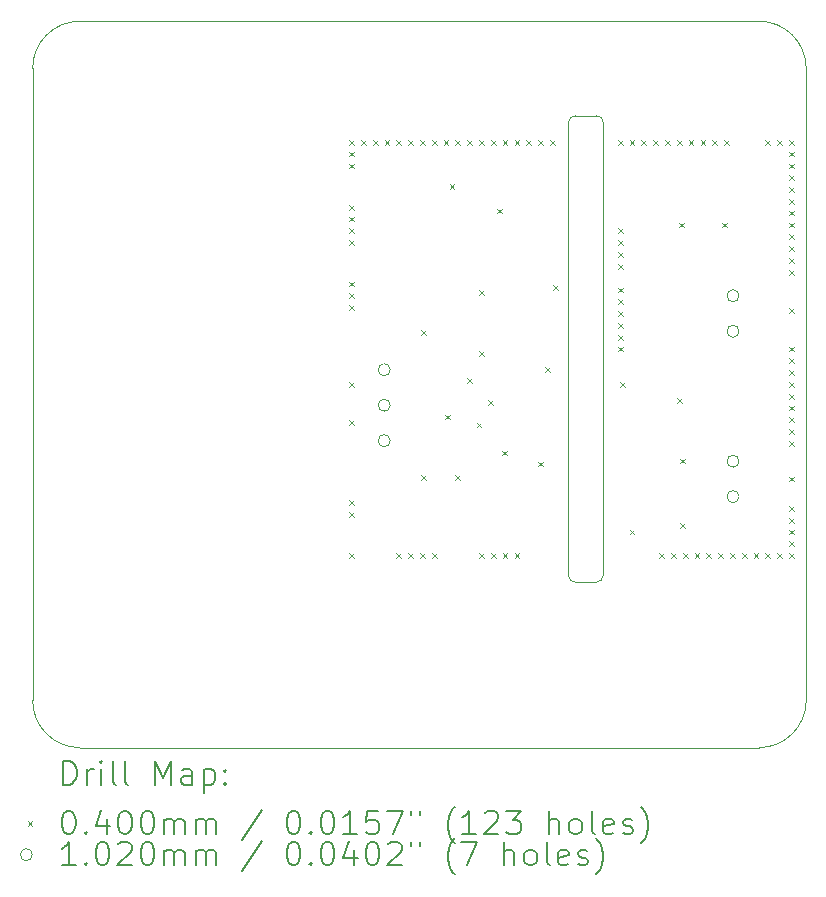
<source format=gbr>
%TF.GenerationSoftware,KiCad,Pcbnew,8.0.5*%
%TF.CreationDate,2024-11-25T01:00:18-06:00*%
%TF.ProjectId,ActivePrecharge,41637469-7665-4507-9265-636861726765,rev?*%
%TF.SameCoordinates,Original*%
%TF.FileFunction,Drillmap*%
%TF.FilePolarity,Positive*%
%FSLAX45Y45*%
G04 Gerber Fmt 4.5, Leading zero omitted, Abs format (unit mm)*
G04 Created by KiCad (PCBNEW 8.0.5) date 2024-11-25 01:00:18*
%MOMM*%
%LPD*%
G01*
G04 APERTURE LIST*
%ADD10C,0.050000*%
%ADD11C,0.200000*%
%ADD12C,0.100000*%
%ADD13C,0.102000*%
G04 APERTURE END LIST*
D10*
X12825500Y-7550000D02*
X12645000Y-7550000D01*
X14600000Y-12500000D02*
G75*
G02*
X14200000Y-12900000I-400000J0D01*
G01*
X8050000Y-7150000D02*
G75*
G02*
X8450000Y-6750000I400000J0D01*
G01*
X12645000Y-11500000D02*
G75*
G02*
X12585000Y-11440000I-1210J58790D01*
G01*
X12882500Y-11440000D02*
X12882500Y-7610000D01*
X12585000Y-7610000D02*
X12585000Y-11440000D01*
X14600000Y-7150000D02*
X14600000Y-12500000D01*
X14200000Y-12900000D02*
X8450000Y-12900000D01*
X8450000Y-6750000D02*
X14200000Y-6750000D01*
X12645000Y-11500000D02*
X12822500Y-11500000D01*
X12585000Y-7610000D02*
G75*
G02*
X12645000Y-7550000I60000J0D01*
G01*
X14200000Y-6750000D02*
G75*
G02*
X14600000Y-7150000I0J-400000D01*
G01*
X12825500Y-7550000D02*
G75*
G02*
X12882500Y-7610000I-1500J-58500D01*
G01*
X8450000Y-12900000D02*
G75*
G02*
X8050000Y-12500000I0J400000D01*
G01*
X8050000Y-12500000D02*
X8050000Y-7150000D01*
X12882500Y-11440000D02*
G75*
G02*
X12822500Y-11500000I-60000J0D01*
G01*
D11*
D12*
X10730000Y-7755000D02*
X10770000Y-7795000D01*
X10770000Y-7755000D02*
X10730000Y-7795000D01*
X10730000Y-7855000D02*
X10770000Y-7895000D01*
X10770000Y-7855000D02*
X10730000Y-7895000D01*
X10730000Y-7955000D02*
X10770000Y-7995000D01*
X10770000Y-7955000D02*
X10730000Y-7995000D01*
X10730000Y-8305000D02*
X10770000Y-8345000D01*
X10770000Y-8305000D02*
X10730000Y-8345000D01*
X10730000Y-8405000D02*
X10770000Y-8445000D01*
X10770000Y-8405000D02*
X10730000Y-8445000D01*
X10730000Y-8505000D02*
X10770000Y-8545000D01*
X10770000Y-8505000D02*
X10730000Y-8545000D01*
X10730000Y-8605000D02*
X10770000Y-8645000D01*
X10770000Y-8605000D02*
X10730000Y-8645000D01*
X10730000Y-8955000D02*
X10770000Y-8995000D01*
X10770000Y-8955000D02*
X10730000Y-8995000D01*
X10730000Y-9055000D02*
X10770000Y-9095000D01*
X10770000Y-9055000D02*
X10730000Y-9095000D01*
X10730000Y-9155000D02*
X10770000Y-9195000D01*
X10770000Y-9155000D02*
X10730000Y-9195000D01*
X10730000Y-9805000D02*
X10770000Y-9845000D01*
X10770000Y-9805000D02*
X10730000Y-9845000D01*
X10730000Y-10130000D02*
X10770000Y-10170000D01*
X10770000Y-10130000D02*
X10730000Y-10170000D01*
X10730000Y-10805000D02*
X10770000Y-10845000D01*
X10770000Y-10805000D02*
X10730000Y-10845000D01*
X10730000Y-10905000D02*
X10770000Y-10945000D01*
X10770000Y-10905000D02*
X10730000Y-10945000D01*
X10730000Y-11255000D02*
X10770000Y-11295000D01*
X10770000Y-11255000D02*
X10730000Y-11295000D01*
X10830000Y-7755000D02*
X10870000Y-7795000D01*
X10870000Y-7755000D02*
X10830000Y-7795000D01*
X10930000Y-7755000D02*
X10970000Y-7795000D01*
X10970000Y-7755000D02*
X10930000Y-7795000D01*
X11030000Y-7755000D02*
X11070000Y-7795000D01*
X11070000Y-7755000D02*
X11030000Y-7795000D01*
X11130000Y-7755000D02*
X11170000Y-7795000D01*
X11170000Y-7755000D02*
X11130000Y-7795000D01*
X11130000Y-11255000D02*
X11170000Y-11295000D01*
X11170000Y-11255000D02*
X11130000Y-11295000D01*
X11230000Y-7755000D02*
X11270000Y-7795000D01*
X11270000Y-7755000D02*
X11230000Y-7795000D01*
X11230000Y-11255000D02*
X11270000Y-11295000D01*
X11270000Y-11255000D02*
X11230000Y-11295000D01*
X11330000Y-7755000D02*
X11370000Y-7795000D01*
X11370000Y-7755000D02*
X11330000Y-7795000D01*
X11330000Y-11255000D02*
X11370000Y-11295000D01*
X11370000Y-11255000D02*
X11330000Y-11295000D01*
X11337500Y-9368750D02*
X11377500Y-9408750D01*
X11377500Y-9368750D02*
X11337500Y-9408750D01*
X11337500Y-10591250D02*
X11377500Y-10631250D01*
X11377500Y-10591250D02*
X11337500Y-10631250D01*
X11430000Y-7755000D02*
X11470000Y-7795000D01*
X11470000Y-7755000D02*
X11430000Y-7795000D01*
X11430000Y-11255000D02*
X11470000Y-11295000D01*
X11470000Y-11255000D02*
X11430000Y-11295000D01*
X11530000Y-7755000D02*
X11570000Y-7795000D01*
X11570000Y-7755000D02*
X11530000Y-7795000D01*
X11540000Y-10081250D02*
X11580000Y-10121250D01*
X11580000Y-10081250D02*
X11540000Y-10121250D01*
X11580000Y-8130000D02*
X11620000Y-8170000D01*
X11620000Y-8130000D02*
X11580000Y-8170000D01*
X11628750Y-10595000D02*
X11668750Y-10635000D01*
X11668750Y-10595000D02*
X11628750Y-10635000D01*
X11630000Y-7755000D02*
X11670000Y-7795000D01*
X11670000Y-7755000D02*
X11630000Y-7795000D01*
X11730000Y-7755000D02*
X11770000Y-7795000D01*
X11770000Y-7755000D02*
X11730000Y-7795000D01*
X11730000Y-9770000D02*
X11770000Y-9810000D01*
X11770000Y-9770000D02*
X11730000Y-9810000D01*
X11810000Y-10148750D02*
X11850000Y-10188750D01*
X11850000Y-10148750D02*
X11810000Y-10188750D01*
X11830000Y-7755000D02*
X11870000Y-7795000D01*
X11870000Y-7755000D02*
X11830000Y-7795000D01*
X11830000Y-9030000D02*
X11870000Y-9070000D01*
X11870000Y-9030000D02*
X11830000Y-9070000D01*
X11830000Y-9546250D02*
X11870000Y-9586250D01*
X11870000Y-9546250D02*
X11830000Y-9586250D01*
X11830000Y-11255000D02*
X11870000Y-11295000D01*
X11870000Y-11255000D02*
X11830000Y-11295000D01*
X11905000Y-9961250D02*
X11945000Y-10001250D01*
X11945000Y-9961250D02*
X11905000Y-10001250D01*
X11930000Y-7755000D02*
X11970000Y-7795000D01*
X11970000Y-7755000D02*
X11930000Y-7795000D01*
X11930000Y-11255000D02*
X11970000Y-11295000D01*
X11970000Y-11255000D02*
X11930000Y-11295000D01*
X11980000Y-8336250D02*
X12020000Y-8376250D01*
X12020000Y-8336250D02*
X11980000Y-8376250D01*
X12027000Y-10385000D02*
X12067000Y-10425000D01*
X12067000Y-10385000D02*
X12027000Y-10425000D01*
X12030000Y-7755000D02*
X12070000Y-7795000D01*
X12070000Y-7755000D02*
X12030000Y-7795000D01*
X12030000Y-11255000D02*
X12070000Y-11295000D01*
X12070000Y-11255000D02*
X12030000Y-11295000D01*
X12130000Y-7755000D02*
X12170000Y-7795000D01*
X12170000Y-7755000D02*
X12130000Y-7795000D01*
X12130000Y-11255000D02*
X12170000Y-11295000D01*
X12170000Y-11255000D02*
X12130000Y-11295000D01*
X12230000Y-7755000D02*
X12270000Y-7795000D01*
X12270000Y-7755000D02*
X12230000Y-7795000D01*
X12330000Y-7755000D02*
X12370000Y-7795000D01*
X12370000Y-7755000D02*
X12330000Y-7795000D01*
X12330000Y-10480000D02*
X12370000Y-10520000D01*
X12370000Y-10480000D02*
X12330000Y-10520000D01*
X12386250Y-9676500D02*
X12426250Y-9716500D01*
X12426250Y-9676500D02*
X12386250Y-9716500D01*
X12430000Y-7755000D02*
X12470000Y-7795000D01*
X12470000Y-7755000D02*
X12430000Y-7795000D01*
X12455000Y-8985000D02*
X12495000Y-9025000D01*
X12495000Y-8985000D02*
X12455000Y-9025000D01*
X13005000Y-7755000D02*
X13045000Y-7795000D01*
X13045000Y-7755000D02*
X13005000Y-7795000D01*
X13005000Y-8505000D02*
X13045000Y-8545000D01*
X13045000Y-8505000D02*
X13005000Y-8545000D01*
X13005000Y-8605000D02*
X13045000Y-8645000D01*
X13045000Y-8605000D02*
X13005000Y-8645000D01*
X13005000Y-8705000D02*
X13045000Y-8745000D01*
X13045000Y-8705000D02*
X13005000Y-8745000D01*
X13005000Y-8805000D02*
X13045000Y-8845000D01*
X13045000Y-8805000D02*
X13005000Y-8845000D01*
X13005000Y-9005000D02*
X13045000Y-9045000D01*
X13045000Y-9005000D02*
X13005000Y-9045000D01*
X13005000Y-9105000D02*
X13045000Y-9145000D01*
X13045000Y-9105000D02*
X13005000Y-9145000D01*
X13005000Y-9205000D02*
X13045000Y-9245000D01*
X13045000Y-9205000D02*
X13005000Y-9245000D01*
X13005000Y-9305000D02*
X13045000Y-9345000D01*
X13045000Y-9305000D02*
X13005000Y-9345000D01*
X13005000Y-9405000D02*
X13045000Y-9445000D01*
X13045000Y-9405000D02*
X13005000Y-9445000D01*
X13005000Y-9505000D02*
X13045000Y-9545000D01*
X13045000Y-9505000D02*
X13005000Y-9545000D01*
X13023750Y-9803500D02*
X13063750Y-9843500D01*
X13063750Y-9803500D02*
X13023750Y-9843500D01*
X13105000Y-7755000D02*
X13145000Y-7795000D01*
X13145000Y-7755000D02*
X13105000Y-7795000D01*
X13105000Y-11055000D02*
X13145000Y-11095000D01*
X13145000Y-11055000D02*
X13105000Y-11095000D01*
X13205000Y-7755000D02*
X13245000Y-7795000D01*
X13245000Y-7755000D02*
X13205000Y-7795000D01*
X13305000Y-7755000D02*
X13345000Y-7795000D01*
X13345000Y-7755000D02*
X13305000Y-7795000D01*
X13355000Y-11255000D02*
X13395000Y-11295000D01*
X13395000Y-11255000D02*
X13355000Y-11295000D01*
X13405000Y-7755000D02*
X13445000Y-7795000D01*
X13445000Y-7755000D02*
X13405000Y-7795000D01*
X13455000Y-11255000D02*
X13495000Y-11295000D01*
X13495000Y-11255000D02*
X13455000Y-11295000D01*
X13505000Y-7755000D02*
X13545000Y-7795000D01*
X13545000Y-7755000D02*
X13505000Y-7795000D01*
X13505000Y-9943500D02*
X13545000Y-9983500D01*
X13545000Y-9943500D02*
X13505000Y-9983500D01*
X13522500Y-8455000D02*
X13562500Y-8495000D01*
X13562500Y-8455000D02*
X13522500Y-8495000D01*
X13535000Y-10453750D02*
X13575000Y-10493750D01*
X13575000Y-10453750D02*
X13535000Y-10493750D01*
X13535000Y-10998750D02*
X13575000Y-11038750D01*
X13575000Y-10998750D02*
X13535000Y-11038750D01*
X13555000Y-11255000D02*
X13595000Y-11295000D01*
X13595000Y-11255000D02*
X13555000Y-11295000D01*
X13605000Y-7755000D02*
X13645000Y-7795000D01*
X13645000Y-7755000D02*
X13605000Y-7795000D01*
X13655000Y-11255000D02*
X13695000Y-11295000D01*
X13695000Y-11255000D02*
X13655000Y-11295000D01*
X13705000Y-7755000D02*
X13745000Y-7795000D01*
X13745000Y-7755000D02*
X13705000Y-7795000D01*
X13755000Y-11255000D02*
X13795000Y-11295000D01*
X13795000Y-11255000D02*
X13755000Y-11295000D01*
X13805000Y-7755000D02*
X13845000Y-7795000D01*
X13845000Y-7755000D02*
X13805000Y-7795000D01*
X13855000Y-11255000D02*
X13895000Y-11295000D01*
X13895000Y-11255000D02*
X13855000Y-11295000D01*
X13886250Y-8455000D02*
X13926250Y-8495000D01*
X13926250Y-8455000D02*
X13886250Y-8495000D01*
X13905000Y-7755000D02*
X13945000Y-7795000D01*
X13945000Y-7755000D02*
X13905000Y-7795000D01*
X13955000Y-11255000D02*
X13995000Y-11295000D01*
X13995000Y-11255000D02*
X13955000Y-11295000D01*
X14055000Y-11255000D02*
X14095000Y-11295000D01*
X14095000Y-11255000D02*
X14055000Y-11295000D01*
X14155000Y-11255000D02*
X14195000Y-11295000D01*
X14195000Y-11255000D02*
X14155000Y-11295000D01*
X14255000Y-7755000D02*
X14295000Y-7795000D01*
X14295000Y-7755000D02*
X14255000Y-7795000D01*
X14255000Y-11255000D02*
X14295000Y-11295000D01*
X14295000Y-11255000D02*
X14255000Y-11295000D01*
X14355000Y-7755000D02*
X14395000Y-7795000D01*
X14395000Y-7755000D02*
X14355000Y-7795000D01*
X14355000Y-11255000D02*
X14395000Y-11295000D01*
X14395000Y-11255000D02*
X14355000Y-11295000D01*
X14455000Y-7755000D02*
X14495000Y-7795000D01*
X14495000Y-7755000D02*
X14455000Y-7795000D01*
X14455000Y-7855000D02*
X14495000Y-7895000D01*
X14495000Y-7855000D02*
X14455000Y-7895000D01*
X14455000Y-7955000D02*
X14495000Y-7995000D01*
X14495000Y-7955000D02*
X14455000Y-7995000D01*
X14455000Y-8055000D02*
X14495000Y-8095000D01*
X14495000Y-8055000D02*
X14455000Y-8095000D01*
X14455000Y-8155000D02*
X14495000Y-8195000D01*
X14495000Y-8155000D02*
X14455000Y-8195000D01*
X14455000Y-8255000D02*
X14495000Y-8295000D01*
X14495000Y-8255000D02*
X14455000Y-8295000D01*
X14455000Y-8355000D02*
X14495000Y-8395000D01*
X14495000Y-8355000D02*
X14455000Y-8395000D01*
X14455000Y-8455000D02*
X14495000Y-8495000D01*
X14495000Y-8455000D02*
X14455000Y-8495000D01*
X14455000Y-8555000D02*
X14495000Y-8595000D01*
X14495000Y-8555000D02*
X14455000Y-8595000D01*
X14455000Y-8655000D02*
X14495000Y-8695000D01*
X14495000Y-8655000D02*
X14455000Y-8695000D01*
X14455000Y-8755000D02*
X14495000Y-8795000D01*
X14495000Y-8755000D02*
X14455000Y-8795000D01*
X14455000Y-8855000D02*
X14495000Y-8895000D01*
X14495000Y-8855000D02*
X14455000Y-8895000D01*
X14455000Y-9180000D02*
X14495000Y-9220000D01*
X14495000Y-9180000D02*
X14455000Y-9220000D01*
X14455000Y-9505000D02*
X14495000Y-9545000D01*
X14495000Y-9505000D02*
X14455000Y-9545000D01*
X14455000Y-9605000D02*
X14495000Y-9645000D01*
X14495000Y-9605000D02*
X14455000Y-9645000D01*
X14455000Y-9705000D02*
X14495000Y-9745000D01*
X14495000Y-9705000D02*
X14455000Y-9745000D01*
X14455000Y-9805000D02*
X14495000Y-9845000D01*
X14495000Y-9805000D02*
X14455000Y-9845000D01*
X14455000Y-9905000D02*
X14495000Y-9945000D01*
X14495000Y-9905000D02*
X14455000Y-9945000D01*
X14455000Y-10005000D02*
X14495000Y-10045000D01*
X14495000Y-10005000D02*
X14455000Y-10045000D01*
X14455000Y-10105000D02*
X14495000Y-10145000D01*
X14495000Y-10105000D02*
X14455000Y-10145000D01*
X14455000Y-10205000D02*
X14495000Y-10245000D01*
X14495000Y-10205000D02*
X14455000Y-10245000D01*
X14455000Y-10305000D02*
X14495000Y-10345000D01*
X14495000Y-10305000D02*
X14455000Y-10345000D01*
X14455000Y-10605000D02*
X14495000Y-10645000D01*
X14495000Y-10605000D02*
X14455000Y-10645000D01*
X14455000Y-10855000D02*
X14495000Y-10895000D01*
X14495000Y-10855000D02*
X14455000Y-10895000D01*
X14455000Y-10955000D02*
X14495000Y-10995000D01*
X14495000Y-10955000D02*
X14455000Y-10995000D01*
X14455000Y-11055000D02*
X14495000Y-11095000D01*
X14495000Y-11055000D02*
X14455000Y-11095000D01*
X14455000Y-11155000D02*
X14495000Y-11195000D01*
X14495000Y-11155000D02*
X14455000Y-11195000D01*
X14455000Y-11255000D02*
X14495000Y-11295000D01*
X14495000Y-11255000D02*
X14455000Y-11295000D01*
D13*
X11077750Y-9701250D02*
G75*
G02*
X10975750Y-9701250I-51000J0D01*
G01*
X10975750Y-9701250D02*
G75*
G02*
X11077750Y-9701250I51000J0D01*
G01*
X11077750Y-10001250D02*
G75*
G02*
X10975750Y-10001250I-51000J0D01*
G01*
X10975750Y-10001250D02*
G75*
G02*
X11077750Y-10001250I51000J0D01*
G01*
X11077750Y-10301250D02*
G75*
G02*
X10975750Y-10301250I-51000J0D01*
G01*
X10975750Y-10301250D02*
G75*
G02*
X11077750Y-10301250I51000J0D01*
G01*
X14031000Y-9075000D02*
G75*
G02*
X13929000Y-9075000I-51000J0D01*
G01*
X13929000Y-9075000D02*
G75*
G02*
X14031000Y-9075000I51000J0D01*
G01*
X14031000Y-9375000D02*
G75*
G02*
X13929000Y-9375000I-51000J0D01*
G01*
X13929000Y-9375000D02*
G75*
G02*
X14031000Y-9375000I51000J0D01*
G01*
X14031000Y-10475000D02*
G75*
G02*
X13929000Y-10475000I-51000J0D01*
G01*
X13929000Y-10475000D02*
G75*
G02*
X14031000Y-10475000I51000J0D01*
G01*
X14031000Y-10775000D02*
G75*
G02*
X13929000Y-10775000I-51000J0D01*
G01*
X13929000Y-10775000D02*
G75*
G02*
X14031000Y-10775000I51000J0D01*
G01*
D11*
X8308277Y-13213984D02*
X8308277Y-13013984D01*
X8308277Y-13013984D02*
X8355896Y-13013984D01*
X8355896Y-13013984D02*
X8384467Y-13023508D01*
X8384467Y-13023508D02*
X8403515Y-13042555D01*
X8403515Y-13042555D02*
X8413039Y-13061603D01*
X8413039Y-13061603D02*
X8422563Y-13099698D01*
X8422563Y-13099698D02*
X8422563Y-13128269D01*
X8422563Y-13128269D02*
X8413039Y-13166365D01*
X8413039Y-13166365D02*
X8403515Y-13185412D01*
X8403515Y-13185412D02*
X8384467Y-13204460D01*
X8384467Y-13204460D02*
X8355896Y-13213984D01*
X8355896Y-13213984D02*
X8308277Y-13213984D01*
X8508277Y-13213984D02*
X8508277Y-13080650D01*
X8508277Y-13118746D02*
X8517801Y-13099698D01*
X8517801Y-13099698D02*
X8527324Y-13090174D01*
X8527324Y-13090174D02*
X8546372Y-13080650D01*
X8546372Y-13080650D02*
X8565420Y-13080650D01*
X8632086Y-13213984D02*
X8632086Y-13080650D01*
X8632086Y-13013984D02*
X8622563Y-13023508D01*
X8622563Y-13023508D02*
X8632086Y-13033031D01*
X8632086Y-13033031D02*
X8641610Y-13023508D01*
X8641610Y-13023508D02*
X8632086Y-13013984D01*
X8632086Y-13013984D02*
X8632086Y-13033031D01*
X8755896Y-13213984D02*
X8736848Y-13204460D01*
X8736848Y-13204460D02*
X8727324Y-13185412D01*
X8727324Y-13185412D02*
X8727324Y-13013984D01*
X8860658Y-13213984D02*
X8841610Y-13204460D01*
X8841610Y-13204460D02*
X8832086Y-13185412D01*
X8832086Y-13185412D02*
X8832086Y-13013984D01*
X9089229Y-13213984D02*
X9089229Y-13013984D01*
X9089229Y-13013984D02*
X9155896Y-13156841D01*
X9155896Y-13156841D02*
X9222563Y-13013984D01*
X9222563Y-13013984D02*
X9222563Y-13213984D01*
X9403515Y-13213984D02*
X9403515Y-13109222D01*
X9403515Y-13109222D02*
X9393991Y-13090174D01*
X9393991Y-13090174D02*
X9374944Y-13080650D01*
X9374944Y-13080650D02*
X9336848Y-13080650D01*
X9336848Y-13080650D02*
X9317801Y-13090174D01*
X9403515Y-13204460D02*
X9384467Y-13213984D01*
X9384467Y-13213984D02*
X9336848Y-13213984D01*
X9336848Y-13213984D02*
X9317801Y-13204460D01*
X9317801Y-13204460D02*
X9308277Y-13185412D01*
X9308277Y-13185412D02*
X9308277Y-13166365D01*
X9308277Y-13166365D02*
X9317801Y-13147317D01*
X9317801Y-13147317D02*
X9336848Y-13137793D01*
X9336848Y-13137793D02*
X9384467Y-13137793D01*
X9384467Y-13137793D02*
X9403515Y-13128269D01*
X9498753Y-13080650D02*
X9498753Y-13280650D01*
X9498753Y-13090174D02*
X9517801Y-13080650D01*
X9517801Y-13080650D02*
X9555896Y-13080650D01*
X9555896Y-13080650D02*
X9574944Y-13090174D01*
X9574944Y-13090174D02*
X9584467Y-13099698D01*
X9584467Y-13099698D02*
X9593991Y-13118746D01*
X9593991Y-13118746D02*
X9593991Y-13175888D01*
X9593991Y-13175888D02*
X9584467Y-13194936D01*
X9584467Y-13194936D02*
X9574944Y-13204460D01*
X9574944Y-13204460D02*
X9555896Y-13213984D01*
X9555896Y-13213984D02*
X9517801Y-13213984D01*
X9517801Y-13213984D02*
X9498753Y-13204460D01*
X9679705Y-13194936D02*
X9689229Y-13204460D01*
X9689229Y-13204460D02*
X9679705Y-13213984D01*
X9679705Y-13213984D02*
X9670182Y-13204460D01*
X9670182Y-13204460D02*
X9679705Y-13194936D01*
X9679705Y-13194936D02*
X9679705Y-13213984D01*
X9679705Y-13090174D02*
X9689229Y-13099698D01*
X9689229Y-13099698D02*
X9679705Y-13109222D01*
X9679705Y-13109222D02*
X9670182Y-13099698D01*
X9670182Y-13099698D02*
X9679705Y-13090174D01*
X9679705Y-13090174D02*
X9679705Y-13109222D01*
D12*
X8007500Y-13522500D02*
X8047500Y-13562500D01*
X8047500Y-13522500D02*
X8007500Y-13562500D01*
D11*
X8346372Y-13433984D02*
X8365420Y-13433984D01*
X8365420Y-13433984D02*
X8384467Y-13443508D01*
X8384467Y-13443508D02*
X8393991Y-13453031D01*
X8393991Y-13453031D02*
X8403515Y-13472079D01*
X8403515Y-13472079D02*
X8413039Y-13510174D01*
X8413039Y-13510174D02*
X8413039Y-13557793D01*
X8413039Y-13557793D02*
X8403515Y-13595888D01*
X8403515Y-13595888D02*
X8393991Y-13614936D01*
X8393991Y-13614936D02*
X8384467Y-13624460D01*
X8384467Y-13624460D02*
X8365420Y-13633984D01*
X8365420Y-13633984D02*
X8346372Y-13633984D01*
X8346372Y-13633984D02*
X8327324Y-13624460D01*
X8327324Y-13624460D02*
X8317801Y-13614936D01*
X8317801Y-13614936D02*
X8308277Y-13595888D01*
X8308277Y-13595888D02*
X8298753Y-13557793D01*
X8298753Y-13557793D02*
X8298753Y-13510174D01*
X8298753Y-13510174D02*
X8308277Y-13472079D01*
X8308277Y-13472079D02*
X8317801Y-13453031D01*
X8317801Y-13453031D02*
X8327324Y-13443508D01*
X8327324Y-13443508D02*
X8346372Y-13433984D01*
X8498753Y-13614936D02*
X8508277Y-13624460D01*
X8508277Y-13624460D02*
X8498753Y-13633984D01*
X8498753Y-13633984D02*
X8489229Y-13624460D01*
X8489229Y-13624460D02*
X8498753Y-13614936D01*
X8498753Y-13614936D02*
X8498753Y-13633984D01*
X8679705Y-13500650D02*
X8679705Y-13633984D01*
X8632086Y-13424460D02*
X8584467Y-13567317D01*
X8584467Y-13567317D02*
X8708277Y-13567317D01*
X8822563Y-13433984D02*
X8841610Y-13433984D01*
X8841610Y-13433984D02*
X8860658Y-13443508D01*
X8860658Y-13443508D02*
X8870182Y-13453031D01*
X8870182Y-13453031D02*
X8879705Y-13472079D01*
X8879705Y-13472079D02*
X8889229Y-13510174D01*
X8889229Y-13510174D02*
X8889229Y-13557793D01*
X8889229Y-13557793D02*
X8879705Y-13595888D01*
X8879705Y-13595888D02*
X8870182Y-13614936D01*
X8870182Y-13614936D02*
X8860658Y-13624460D01*
X8860658Y-13624460D02*
X8841610Y-13633984D01*
X8841610Y-13633984D02*
X8822563Y-13633984D01*
X8822563Y-13633984D02*
X8803515Y-13624460D01*
X8803515Y-13624460D02*
X8793991Y-13614936D01*
X8793991Y-13614936D02*
X8784467Y-13595888D01*
X8784467Y-13595888D02*
X8774944Y-13557793D01*
X8774944Y-13557793D02*
X8774944Y-13510174D01*
X8774944Y-13510174D02*
X8784467Y-13472079D01*
X8784467Y-13472079D02*
X8793991Y-13453031D01*
X8793991Y-13453031D02*
X8803515Y-13443508D01*
X8803515Y-13443508D02*
X8822563Y-13433984D01*
X9013039Y-13433984D02*
X9032086Y-13433984D01*
X9032086Y-13433984D02*
X9051134Y-13443508D01*
X9051134Y-13443508D02*
X9060658Y-13453031D01*
X9060658Y-13453031D02*
X9070182Y-13472079D01*
X9070182Y-13472079D02*
X9079705Y-13510174D01*
X9079705Y-13510174D02*
X9079705Y-13557793D01*
X9079705Y-13557793D02*
X9070182Y-13595888D01*
X9070182Y-13595888D02*
X9060658Y-13614936D01*
X9060658Y-13614936D02*
X9051134Y-13624460D01*
X9051134Y-13624460D02*
X9032086Y-13633984D01*
X9032086Y-13633984D02*
X9013039Y-13633984D01*
X9013039Y-13633984D02*
X8993991Y-13624460D01*
X8993991Y-13624460D02*
X8984467Y-13614936D01*
X8984467Y-13614936D02*
X8974944Y-13595888D01*
X8974944Y-13595888D02*
X8965420Y-13557793D01*
X8965420Y-13557793D02*
X8965420Y-13510174D01*
X8965420Y-13510174D02*
X8974944Y-13472079D01*
X8974944Y-13472079D02*
X8984467Y-13453031D01*
X8984467Y-13453031D02*
X8993991Y-13443508D01*
X8993991Y-13443508D02*
X9013039Y-13433984D01*
X9165420Y-13633984D02*
X9165420Y-13500650D01*
X9165420Y-13519698D02*
X9174944Y-13510174D01*
X9174944Y-13510174D02*
X9193991Y-13500650D01*
X9193991Y-13500650D02*
X9222563Y-13500650D01*
X9222563Y-13500650D02*
X9241610Y-13510174D01*
X9241610Y-13510174D02*
X9251134Y-13529222D01*
X9251134Y-13529222D02*
X9251134Y-13633984D01*
X9251134Y-13529222D02*
X9260658Y-13510174D01*
X9260658Y-13510174D02*
X9279705Y-13500650D01*
X9279705Y-13500650D02*
X9308277Y-13500650D01*
X9308277Y-13500650D02*
X9327325Y-13510174D01*
X9327325Y-13510174D02*
X9336848Y-13529222D01*
X9336848Y-13529222D02*
X9336848Y-13633984D01*
X9432086Y-13633984D02*
X9432086Y-13500650D01*
X9432086Y-13519698D02*
X9441610Y-13510174D01*
X9441610Y-13510174D02*
X9460658Y-13500650D01*
X9460658Y-13500650D02*
X9489229Y-13500650D01*
X9489229Y-13500650D02*
X9508277Y-13510174D01*
X9508277Y-13510174D02*
X9517801Y-13529222D01*
X9517801Y-13529222D02*
X9517801Y-13633984D01*
X9517801Y-13529222D02*
X9527325Y-13510174D01*
X9527325Y-13510174D02*
X9546372Y-13500650D01*
X9546372Y-13500650D02*
X9574944Y-13500650D01*
X9574944Y-13500650D02*
X9593991Y-13510174D01*
X9593991Y-13510174D02*
X9603515Y-13529222D01*
X9603515Y-13529222D02*
X9603515Y-13633984D01*
X9993991Y-13424460D02*
X9822563Y-13681603D01*
X10251134Y-13433984D02*
X10270182Y-13433984D01*
X10270182Y-13433984D02*
X10289229Y-13443508D01*
X10289229Y-13443508D02*
X10298753Y-13453031D01*
X10298753Y-13453031D02*
X10308277Y-13472079D01*
X10308277Y-13472079D02*
X10317801Y-13510174D01*
X10317801Y-13510174D02*
X10317801Y-13557793D01*
X10317801Y-13557793D02*
X10308277Y-13595888D01*
X10308277Y-13595888D02*
X10298753Y-13614936D01*
X10298753Y-13614936D02*
X10289229Y-13624460D01*
X10289229Y-13624460D02*
X10270182Y-13633984D01*
X10270182Y-13633984D02*
X10251134Y-13633984D01*
X10251134Y-13633984D02*
X10232087Y-13624460D01*
X10232087Y-13624460D02*
X10222563Y-13614936D01*
X10222563Y-13614936D02*
X10213039Y-13595888D01*
X10213039Y-13595888D02*
X10203515Y-13557793D01*
X10203515Y-13557793D02*
X10203515Y-13510174D01*
X10203515Y-13510174D02*
X10213039Y-13472079D01*
X10213039Y-13472079D02*
X10222563Y-13453031D01*
X10222563Y-13453031D02*
X10232087Y-13443508D01*
X10232087Y-13443508D02*
X10251134Y-13433984D01*
X10403515Y-13614936D02*
X10413039Y-13624460D01*
X10413039Y-13624460D02*
X10403515Y-13633984D01*
X10403515Y-13633984D02*
X10393991Y-13624460D01*
X10393991Y-13624460D02*
X10403515Y-13614936D01*
X10403515Y-13614936D02*
X10403515Y-13633984D01*
X10536848Y-13433984D02*
X10555896Y-13433984D01*
X10555896Y-13433984D02*
X10574944Y-13443508D01*
X10574944Y-13443508D02*
X10584468Y-13453031D01*
X10584468Y-13453031D02*
X10593991Y-13472079D01*
X10593991Y-13472079D02*
X10603515Y-13510174D01*
X10603515Y-13510174D02*
X10603515Y-13557793D01*
X10603515Y-13557793D02*
X10593991Y-13595888D01*
X10593991Y-13595888D02*
X10584468Y-13614936D01*
X10584468Y-13614936D02*
X10574944Y-13624460D01*
X10574944Y-13624460D02*
X10555896Y-13633984D01*
X10555896Y-13633984D02*
X10536848Y-13633984D01*
X10536848Y-13633984D02*
X10517801Y-13624460D01*
X10517801Y-13624460D02*
X10508277Y-13614936D01*
X10508277Y-13614936D02*
X10498753Y-13595888D01*
X10498753Y-13595888D02*
X10489229Y-13557793D01*
X10489229Y-13557793D02*
X10489229Y-13510174D01*
X10489229Y-13510174D02*
X10498753Y-13472079D01*
X10498753Y-13472079D02*
X10508277Y-13453031D01*
X10508277Y-13453031D02*
X10517801Y-13443508D01*
X10517801Y-13443508D02*
X10536848Y-13433984D01*
X10793991Y-13633984D02*
X10679706Y-13633984D01*
X10736848Y-13633984D02*
X10736848Y-13433984D01*
X10736848Y-13433984D02*
X10717801Y-13462555D01*
X10717801Y-13462555D02*
X10698753Y-13481603D01*
X10698753Y-13481603D02*
X10679706Y-13491127D01*
X10974944Y-13433984D02*
X10879706Y-13433984D01*
X10879706Y-13433984D02*
X10870182Y-13529222D01*
X10870182Y-13529222D02*
X10879706Y-13519698D01*
X10879706Y-13519698D02*
X10898753Y-13510174D01*
X10898753Y-13510174D02*
X10946372Y-13510174D01*
X10946372Y-13510174D02*
X10965420Y-13519698D01*
X10965420Y-13519698D02*
X10974944Y-13529222D01*
X10974944Y-13529222D02*
X10984468Y-13548269D01*
X10984468Y-13548269D02*
X10984468Y-13595888D01*
X10984468Y-13595888D02*
X10974944Y-13614936D01*
X10974944Y-13614936D02*
X10965420Y-13624460D01*
X10965420Y-13624460D02*
X10946372Y-13633984D01*
X10946372Y-13633984D02*
X10898753Y-13633984D01*
X10898753Y-13633984D02*
X10879706Y-13624460D01*
X10879706Y-13624460D02*
X10870182Y-13614936D01*
X11051134Y-13433984D02*
X11184468Y-13433984D01*
X11184468Y-13433984D02*
X11098753Y-13633984D01*
X11251134Y-13433984D02*
X11251134Y-13472079D01*
X11327325Y-13433984D02*
X11327325Y-13472079D01*
X11622563Y-13710174D02*
X11613039Y-13700650D01*
X11613039Y-13700650D02*
X11593991Y-13672079D01*
X11593991Y-13672079D02*
X11584468Y-13653031D01*
X11584468Y-13653031D02*
X11574944Y-13624460D01*
X11574944Y-13624460D02*
X11565420Y-13576841D01*
X11565420Y-13576841D02*
X11565420Y-13538746D01*
X11565420Y-13538746D02*
X11574944Y-13491127D01*
X11574944Y-13491127D02*
X11584468Y-13462555D01*
X11584468Y-13462555D02*
X11593991Y-13443508D01*
X11593991Y-13443508D02*
X11613039Y-13414936D01*
X11613039Y-13414936D02*
X11622563Y-13405412D01*
X11803515Y-13633984D02*
X11689229Y-13633984D01*
X11746372Y-13633984D02*
X11746372Y-13433984D01*
X11746372Y-13433984D02*
X11727325Y-13462555D01*
X11727325Y-13462555D02*
X11708277Y-13481603D01*
X11708277Y-13481603D02*
X11689229Y-13491127D01*
X11879706Y-13453031D02*
X11889229Y-13443508D01*
X11889229Y-13443508D02*
X11908277Y-13433984D01*
X11908277Y-13433984D02*
X11955896Y-13433984D01*
X11955896Y-13433984D02*
X11974944Y-13443508D01*
X11974944Y-13443508D02*
X11984468Y-13453031D01*
X11984468Y-13453031D02*
X11993991Y-13472079D01*
X11993991Y-13472079D02*
X11993991Y-13491127D01*
X11993991Y-13491127D02*
X11984468Y-13519698D01*
X11984468Y-13519698D02*
X11870182Y-13633984D01*
X11870182Y-13633984D02*
X11993991Y-13633984D01*
X12060658Y-13433984D02*
X12184468Y-13433984D01*
X12184468Y-13433984D02*
X12117801Y-13510174D01*
X12117801Y-13510174D02*
X12146372Y-13510174D01*
X12146372Y-13510174D02*
X12165420Y-13519698D01*
X12165420Y-13519698D02*
X12174944Y-13529222D01*
X12174944Y-13529222D02*
X12184468Y-13548269D01*
X12184468Y-13548269D02*
X12184468Y-13595888D01*
X12184468Y-13595888D02*
X12174944Y-13614936D01*
X12174944Y-13614936D02*
X12165420Y-13624460D01*
X12165420Y-13624460D02*
X12146372Y-13633984D01*
X12146372Y-13633984D02*
X12089229Y-13633984D01*
X12089229Y-13633984D02*
X12070182Y-13624460D01*
X12070182Y-13624460D02*
X12060658Y-13614936D01*
X12422563Y-13633984D02*
X12422563Y-13433984D01*
X12508277Y-13633984D02*
X12508277Y-13529222D01*
X12508277Y-13529222D02*
X12498753Y-13510174D01*
X12498753Y-13510174D02*
X12479706Y-13500650D01*
X12479706Y-13500650D02*
X12451134Y-13500650D01*
X12451134Y-13500650D02*
X12432087Y-13510174D01*
X12432087Y-13510174D02*
X12422563Y-13519698D01*
X12632087Y-13633984D02*
X12613039Y-13624460D01*
X12613039Y-13624460D02*
X12603515Y-13614936D01*
X12603515Y-13614936D02*
X12593991Y-13595888D01*
X12593991Y-13595888D02*
X12593991Y-13538746D01*
X12593991Y-13538746D02*
X12603515Y-13519698D01*
X12603515Y-13519698D02*
X12613039Y-13510174D01*
X12613039Y-13510174D02*
X12632087Y-13500650D01*
X12632087Y-13500650D02*
X12660658Y-13500650D01*
X12660658Y-13500650D02*
X12679706Y-13510174D01*
X12679706Y-13510174D02*
X12689230Y-13519698D01*
X12689230Y-13519698D02*
X12698753Y-13538746D01*
X12698753Y-13538746D02*
X12698753Y-13595888D01*
X12698753Y-13595888D02*
X12689230Y-13614936D01*
X12689230Y-13614936D02*
X12679706Y-13624460D01*
X12679706Y-13624460D02*
X12660658Y-13633984D01*
X12660658Y-13633984D02*
X12632087Y-13633984D01*
X12813039Y-13633984D02*
X12793991Y-13624460D01*
X12793991Y-13624460D02*
X12784468Y-13605412D01*
X12784468Y-13605412D02*
X12784468Y-13433984D01*
X12965420Y-13624460D02*
X12946372Y-13633984D01*
X12946372Y-13633984D02*
X12908277Y-13633984D01*
X12908277Y-13633984D02*
X12889230Y-13624460D01*
X12889230Y-13624460D02*
X12879706Y-13605412D01*
X12879706Y-13605412D02*
X12879706Y-13529222D01*
X12879706Y-13529222D02*
X12889230Y-13510174D01*
X12889230Y-13510174D02*
X12908277Y-13500650D01*
X12908277Y-13500650D02*
X12946372Y-13500650D01*
X12946372Y-13500650D02*
X12965420Y-13510174D01*
X12965420Y-13510174D02*
X12974944Y-13529222D01*
X12974944Y-13529222D02*
X12974944Y-13548269D01*
X12974944Y-13548269D02*
X12879706Y-13567317D01*
X13051134Y-13624460D02*
X13070182Y-13633984D01*
X13070182Y-13633984D02*
X13108277Y-13633984D01*
X13108277Y-13633984D02*
X13127325Y-13624460D01*
X13127325Y-13624460D02*
X13136849Y-13605412D01*
X13136849Y-13605412D02*
X13136849Y-13595888D01*
X13136849Y-13595888D02*
X13127325Y-13576841D01*
X13127325Y-13576841D02*
X13108277Y-13567317D01*
X13108277Y-13567317D02*
X13079706Y-13567317D01*
X13079706Y-13567317D02*
X13060658Y-13557793D01*
X13060658Y-13557793D02*
X13051134Y-13538746D01*
X13051134Y-13538746D02*
X13051134Y-13529222D01*
X13051134Y-13529222D02*
X13060658Y-13510174D01*
X13060658Y-13510174D02*
X13079706Y-13500650D01*
X13079706Y-13500650D02*
X13108277Y-13500650D01*
X13108277Y-13500650D02*
X13127325Y-13510174D01*
X13203515Y-13710174D02*
X13213039Y-13700650D01*
X13213039Y-13700650D02*
X13232087Y-13672079D01*
X13232087Y-13672079D02*
X13241611Y-13653031D01*
X13241611Y-13653031D02*
X13251134Y-13624460D01*
X13251134Y-13624460D02*
X13260658Y-13576841D01*
X13260658Y-13576841D02*
X13260658Y-13538746D01*
X13260658Y-13538746D02*
X13251134Y-13491127D01*
X13251134Y-13491127D02*
X13241611Y-13462555D01*
X13241611Y-13462555D02*
X13232087Y-13443508D01*
X13232087Y-13443508D02*
X13213039Y-13414936D01*
X13213039Y-13414936D02*
X13203515Y-13405412D01*
D13*
X8047500Y-13806500D02*
G75*
G02*
X7945500Y-13806500I-51000J0D01*
G01*
X7945500Y-13806500D02*
G75*
G02*
X8047500Y-13806500I51000J0D01*
G01*
D11*
X8413039Y-13897984D02*
X8298753Y-13897984D01*
X8355896Y-13897984D02*
X8355896Y-13697984D01*
X8355896Y-13697984D02*
X8336848Y-13726555D01*
X8336848Y-13726555D02*
X8317801Y-13745603D01*
X8317801Y-13745603D02*
X8298753Y-13755127D01*
X8498753Y-13878936D02*
X8508277Y-13888460D01*
X8508277Y-13888460D02*
X8498753Y-13897984D01*
X8498753Y-13897984D02*
X8489229Y-13888460D01*
X8489229Y-13888460D02*
X8498753Y-13878936D01*
X8498753Y-13878936D02*
X8498753Y-13897984D01*
X8632086Y-13697984D02*
X8651134Y-13697984D01*
X8651134Y-13697984D02*
X8670182Y-13707508D01*
X8670182Y-13707508D02*
X8679705Y-13717031D01*
X8679705Y-13717031D02*
X8689229Y-13736079D01*
X8689229Y-13736079D02*
X8698753Y-13774174D01*
X8698753Y-13774174D02*
X8698753Y-13821793D01*
X8698753Y-13821793D02*
X8689229Y-13859888D01*
X8689229Y-13859888D02*
X8679705Y-13878936D01*
X8679705Y-13878936D02*
X8670182Y-13888460D01*
X8670182Y-13888460D02*
X8651134Y-13897984D01*
X8651134Y-13897984D02*
X8632086Y-13897984D01*
X8632086Y-13897984D02*
X8613039Y-13888460D01*
X8613039Y-13888460D02*
X8603515Y-13878936D01*
X8603515Y-13878936D02*
X8593991Y-13859888D01*
X8593991Y-13859888D02*
X8584467Y-13821793D01*
X8584467Y-13821793D02*
X8584467Y-13774174D01*
X8584467Y-13774174D02*
X8593991Y-13736079D01*
X8593991Y-13736079D02*
X8603515Y-13717031D01*
X8603515Y-13717031D02*
X8613039Y-13707508D01*
X8613039Y-13707508D02*
X8632086Y-13697984D01*
X8774944Y-13717031D02*
X8784467Y-13707508D01*
X8784467Y-13707508D02*
X8803515Y-13697984D01*
X8803515Y-13697984D02*
X8851134Y-13697984D01*
X8851134Y-13697984D02*
X8870182Y-13707508D01*
X8870182Y-13707508D02*
X8879705Y-13717031D01*
X8879705Y-13717031D02*
X8889229Y-13736079D01*
X8889229Y-13736079D02*
X8889229Y-13755127D01*
X8889229Y-13755127D02*
X8879705Y-13783698D01*
X8879705Y-13783698D02*
X8765420Y-13897984D01*
X8765420Y-13897984D02*
X8889229Y-13897984D01*
X9013039Y-13697984D02*
X9032086Y-13697984D01*
X9032086Y-13697984D02*
X9051134Y-13707508D01*
X9051134Y-13707508D02*
X9060658Y-13717031D01*
X9060658Y-13717031D02*
X9070182Y-13736079D01*
X9070182Y-13736079D02*
X9079705Y-13774174D01*
X9079705Y-13774174D02*
X9079705Y-13821793D01*
X9079705Y-13821793D02*
X9070182Y-13859888D01*
X9070182Y-13859888D02*
X9060658Y-13878936D01*
X9060658Y-13878936D02*
X9051134Y-13888460D01*
X9051134Y-13888460D02*
X9032086Y-13897984D01*
X9032086Y-13897984D02*
X9013039Y-13897984D01*
X9013039Y-13897984D02*
X8993991Y-13888460D01*
X8993991Y-13888460D02*
X8984467Y-13878936D01*
X8984467Y-13878936D02*
X8974944Y-13859888D01*
X8974944Y-13859888D02*
X8965420Y-13821793D01*
X8965420Y-13821793D02*
X8965420Y-13774174D01*
X8965420Y-13774174D02*
X8974944Y-13736079D01*
X8974944Y-13736079D02*
X8984467Y-13717031D01*
X8984467Y-13717031D02*
X8993991Y-13707508D01*
X8993991Y-13707508D02*
X9013039Y-13697984D01*
X9165420Y-13897984D02*
X9165420Y-13764650D01*
X9165420Y-13783698D02*
X9174944Y-13774174D01*
X9174944Y-13774174D02*
X9193991Y-13764650D01*
X9193991Y-13764650D02*
X9222563Y-13764650D01*
X9222563Y-13764650D02*
X9241610Y-13774174D01*
X9241610Y-13774174D02*
X9251134Y-13793222D01*
X9251134Y-13793222D02*
X9251134Y-13897984D01*
X9251134Y-13793222D02*
X9260658Y-13774174D01*
X9260658Y-13774174D02*
X9279705Y-13764650D01*
X9279705Y-13764650D02*
X9308277Y-13764650D01*
X9308277Y-13764650D02*
X9327325Y-13774174D01*
X9327325Y-13774174D02*
X9336848Y-13793222D01*
X9336848Y-13793222D02*
X9336848Y-13897984D01*
X9432086Y-13897984D02*
X9432086Y-13764650D01*
X9432086Y-13783698D02*
X9441610Y-13774174D01*
X9441610Y-13774174D02*
X9460658Y-13764650D01*
X9460658Y-13764650D02*
X9489229Y-13764650D01*
X9489229Y-13764650D02*
X9508277Y-13774174D01*
X9508277Y-13774174D02*
X9517801Y-13793222D01*
X9517801Y-13793222D02*
X9517801Y-13897984D01*
X9517801Y-13793222D02*
X9527325Y-13774174D01*
X9527325Y-13774174D02*
X9546372Y-13764650D01*
X9546372Y-13764650D02*
X9574944Y-13764650D01*
X9574944Y-13764650D02*
X9593991Y-13774174D01*
X9593991Y-13774174D02*
X9603515Y-13793222D01*
X9603515Y-13793222D02*
X9603515Y-13897984D01*
X9993991Y-13688460D02*
X9822563Y-13945603D01*
X10251134Y-13697984D02*
X10270182Y-13697984D01*
X10270182Y-13697984D02*
X10289229Y-13707508D01*
X10289229Y-13707508D02*
X10298753Y-13717031D01*
X10298753Y-13717031D02*
X10308277Y-13736079D01*
X10308277Y-13736079D02*
X10317801Y-13774174D01*
X10317801Y-13774174D02*
X10317801Y-13821793D01*
X10317801Y-13821793D02*
X10308277Y-13859888D01*
X10308277Y-13859888D02*
X10298753Y-13878936D01*
X10298753Y-13878936D02*
X10289229Y-13888460D01*
X10289229Y-13888460D02*
X10270182Y-13897984D01*
X10270182Y-13897984D02*
X10251134Y-13897984D01*
X10251134Y-13897984D02*
X10232087Y-13888460D01*
X10232087Y-13888460D02*
X10222563Y-13878936D01*
X10222563Y-13878936D02*
X10213039Y-13859888D01*
X10213039Y-13859888D02*
X10203515Y-13821793D01*
X10203515Y-13821793D02*
X10203515Y-13774174D01*
X10203515Y-13774174D02*
X10213039Y-13736079D01*
X10213039Y-13736079D02*
X10222563Y-13717031D01*
X10222563Y-13717031D02*
X10232087Y-13707508D01*
X10232087Y-13707508D02*
X10251134Y-13697984D01*
X10403515Y-13878936D02*
X10413039Y-13888460D01*
X10413039Y-13888460D02*
X10403515Y-13897984D01*
X10403515Y-13897984D02*
X10393991Y-13888460D01*
X10393991Y-13888460D02*
X10403515Y-13878936D01*
X10403515Y-13878936D02*
X10403515Y-13897984D01*
X10536848Y-13697984D02*
X10555896Y-13697984D01*
X10555896Y-13697984D02*
X10574944Y-13707508D01*
X10574944Y-13707508D02*
X10584468Y-13717031D01*
X10584468Y-13717031D02*
X10593991Y-13736079D01*
X10593991Y-13736079D02*
X10603515Y-13774174D01*
X10603515Y-13774174D02*
X10603515Y-13821793D01*
X10603515Y-13821793D02*
X10593991Y-13859888D01*
X10593991Y-13859888D02*
X10584468Y-13878936D01*
X10584468Y-13878936D02*
X10574944Y-13888460D01*
X10574944Y-13888460D02*
X10555896Y-13897984D01*
X10555896Y-13897984D02*
X10536848Y-13897984D01*
X10536848Y-13897984D02*
X10517801Y-13888460D01*
X10517801Y-13888460D02*
X10508277Y-13878936D01*
X10508277Y-13878936D02*
X10498753Y-13859888D01*
X10498753Y-13859888D02*
X10489229Y-13821793D01*
X10489229Y-13821793D02*
X10489229Y-13774174D01*
X10489229Y-13774174D02*
X10498753Y-13736079D01*
X10498753Y-13736079D02*
X10508277Y-13717031D01*
X10508277Y-13717031D02*
X10517801Y-13707508D01*
X10517801Y-13707508D02*
X10536848Y-13697984D01*
X10774944Y-13764650D02*
X10774944Y-13897984D01*
X10727325Y-13688460D02*
X10679706Y-13831317D01*
X10679706Y-13831317D02*
X10803515Y-13831317D01*
X10917801Y-13697984D02*
X10936849Y-13697984D01*
X10936849Y-13697984D02*
X10955896Y-13707508D01*
X10955896Y-13707508D02*
X10965420Y-13717031D01*
X10965420Y-13717031D02*
X10974944Y-13736079D01*
X10974944Y-13736079D02*
X10984468Y-13774174D01*
X10984468Y-13774174D02*
X10984468Y-13821793D01*
X10984468Y-13821793D02*
X10974944Y-13859888D01*
X10974944Y-13859888D02*
X10965420Y-13878936D01*
X10965420Y-13878936D02*
X10955896Y-13888460D01*
X10955896Y-13888460D02*
X10936849Y-13897984D01*
X10936849Y-13897984D02*
X10917801Y-13897984D01*
X10917801Y-13897984D02*
X10898753Y-13888460D01*
X10898753Y-13888460D02*
X10889229Y-13878936D01*
X10889229Y-13878936D02*
X10879706Y-13859888D01*
X10879706Y-13859888D02*
X10870182Y-13821793D01*
X10870182Y-13821793D02*
X10870182Y-13774174D01*
X10870182Y-13774174D02*
X10879706Y-13736079D01*
X10879706Y-13736079D02*
X10889229Y-13717031D01*
X10889229Y-13717031D02*
X10898753Y-13707508D01*
X10898753Y-13707508D02*
X10917801Y-13697984D01*
X11060658Y-13717031D02*
X11070182Y-13707508D01*
X11070182Y-13707508D02*
X11089229Y-13697984D01*
X11089229Y-13697984D02*
X11136849Y-13697984D01*
X11136849Y-13697984D02*
X11155896Y-13707508D01*
X11155896Y-13707508D02*
X11165420Y-13717031D01*
X11165420Y-13717031D02*
X11174944Y-13736079D01*
X11174944Y-13736079D02*
X11174944Y-13755127D01*
X11174944Y-13755127D02*
X11165420Y-13783698D01*
X11165420Y-13783698D02*
X11051134Y-13897984D01*
X11051134Y-13897984D02*
X11174944Y-13897984D01*
X11251134Y-13697984D02*
X11251134Y-13736079D01*
X11327325Y-13697984D02*
X11327325Y-13736079D01*
X11622563Y-13974174D02*
X11613039Y-13964650D01*
X11613039Y-13964650D02*
X11593991Y-13936079D01*
X11593991Y-13936079D02*
X11584468Y-13917031D01*
X11584468Y-13917031D02*
X11574944Y-13888460D01*
X11574944Y-13888460D02*
X11565420Y-13840841D01*
X11565420Y-13840841D02*
X11565420Y-13802746D01*
X11565420Y-13802746D02*
X11574944Y-13755127D01*
X11574944Y-13755127D02*
X11584468Y-13726555D01*
X11584468Y-13726555D02*
X11593991Y-13707508D01*
X11593991Y-13707508D02*
X11613039Y-13678936D01*
X11613039Y-13678936D02*
X11622563Y-13669412D01*
X11679706Y-13697984D02*
X11813039Y-13697984D01*
X11813039Y-13697984D02*
X11727325Y-13897984D01*
X12041610Y-13897984D02*
X12041610Y-13697984D01*
X12127325Y-13897984D02*
X12127325Y-13793222D01*
X12127325Y-13793222D02*
X12117801Y-13774174D01*
X12117801Y-13774174D02*
X12098753Y-13764650D01*
X12098753Y-13764650D02*
X12070182Y-13764650D01*
X12070182Y-13764650D02*
X12051134Y-13774174D01*
X12051134Y-13774174D02*
X12041610Y-13783698D01*
X12251134Y-13897984D02*
X12232087Y-13888460D01*
X12232087Y-13888460D02*
X12222563Y-13878936D01*
X12222563Y-13878936D02*
X12213039Y-13859888D01*
X12213039Y-13859888D02*
X12213039Y-13802746D01*
X12213039Y-13802746D02*
X12222563Y-13783698D01*
X12222563Y-13783698D02*
X12232087Y-13774174D01*
X12232087Y-13774174D02*
X12251134Y-13764650D01*
X12251134Y-13764650D02*
X12279706Y-13764650D01*
X12279706Y-13764650D02*
X12298753Y-13774174D01*
X12298753Y-13774174D02*
X12308277Y-13783698D01*
X12308277Y-13783698D02*
X12317801Y-13802746D01*
X12317801Y-13802746D02*
X12317801Y-13859888D01*
X12317801Y-13859888D02*
X12308277Y-13878936D01*
X12308277Y-13878936D02*
X12298753Y-13888460D01*
X12298753Y-13888460D02*
X12279706Y-13897984D01*
X12279706Y-13897984D02*
X12251134Y-13897984D01*
X12432087Y-13897984D02*
X12413039Y-13888460D01*
X12413039Y-13888460D02*
X12403515Y-13869412D01*
X12403515Y-13869412D02*
X12403515Y-13697984D01*
X12584468Y-13888460D02*
X12565420Y-13897984D01*
X12565420Y-13897984D02*
X12527325Y-13897984D01*
X12527325Y-13897984D02*
X12508277Y-13888460D01*
X12508277Y-13888460D02*
X12498753Y-13869412D01*
X12498753Y-13869412D02*
X12498753Y-13793222D01*
X12498753Y-13793222D02*
X12508277Y-13774174D01*
X12508277Y-13774174D02*
X12527325Y-13764650D01*
X12527325Y-13764650D02*
X12565420Y-13764650D01*
X12565420Y-13764650D02*
X12584468Y-13774174D01*
X12584468Y-13774174D02*
X12593991Y-13793222D01*
X12593991Y-13793222D02*
X12593991Y-13812269D01*
X12593991Y-13812269D02*
X12498753Y-13831317D01*
X12670182Y-13888460D02*
X12689230Y-13897984D01*
X12689230Y-13897984D02*
X12727325Y-13897984D01*
X12727325Y-13897984D02*
X12746372Y-13888460D01*
X12746372Y-13888460D02*
X12755896Y-13869412D01*
X12755896Y-13869412D02*
X12755896Y-13859888D01*
X12755896Y-13859888D02*
X12746372Y-13840841D01*
X12746372Y-13840841D02*
X12727325Y-13831317D01*
X12727325Y-13831317D02*
X12698753Y-13831317D01*
X12698753Y-13831317D02*
X12679706Y-13821793D01*
X12679706Y-13821793D02*
X12670182Y-13802746D01*
X12670182Y-13802746D02*
X12670182Y-13793222D01*
X12670182Y-13793222D02*
X12679706Y-13774174D01*
X12679706Y-13774174D02*
X12698753Y-13764650D01*
X12698753Y-13764650D02*
X12727325Y-13764650D01*
X12727325Y-13764650D02*
X12746372Y-13774174D01*
X12822563Y-13974174D02*
X12832087Y-13964650D01*
X12832087Y-13964650D02*
X12851134Y-13936079D01*
X12851134Y-13936079D02*
X12860658Y-13917031D01*
X12860658Y-13917031D02*
X12870182Y-13888460D01*
X12870182Y-13888460D02*
X12879706Y-13840841D01*
X12879706Y-13840841D02*
X12879706Y-13802746D01*
X12879706Y-13802746D02*
X12870182Y-13755127D01*
X12870182Y-13755127D02*
X12860658Y-13726555D01*
X12860658Y-13726555D02*
X12851134Y-13707508D01*
X12851134Y-13707508D02*
X12832087Y-13678936D01*
X12832087Y-13678936D02*
X12822563Y-13669412D01*
M02*

</source>
